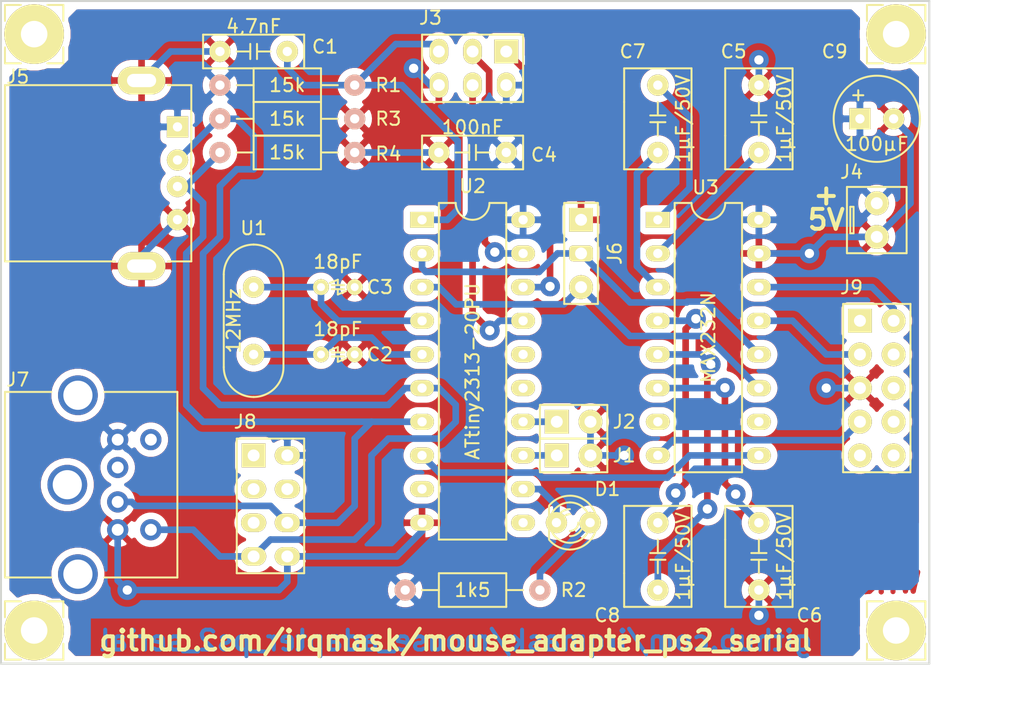
<source format=kicad_pcb>
(kicad_pcb (version 20171130) (host pcbnew 5.1.12-84ad8e8a86~92~ubuntu20.04.1)
  (title_block (title "mouse adapter ps2 serial") (date 2021-10-19) (rev 1) (company irqmask))
  (layers (0 F.Cu signal) (31 B.Cu signal) (34 B.Paste user) (35 F.Paste user) (36 B.SilkS user) (37 F.SilkS user) (38 B.Mask user) (39 F.Mask user) (44 Edge.Cuts user))
  (net 0 "")
  (net 1 GND)
  (net 2 /RESET)
  (net 3 "Net-(C2-Pad2)")
  (net 4 "Net-(C3-Pad2)")
  (net 5 +5V)
  (net 6 "Net-(C5-Pad2)")
  (net 7 "Net-(C6-Pad2)")
  (net 8 "Net-(C7-Pad2)")
  (net 9 "Net-(C7-Pad1)")
  (net 10 "Net-(C8-Pad1)")
  (net 11 "Net-(C8-Pad2)")
  (net 12 "Net-(D1-Pad1)")
  (net 13 "Net-(D1-Pad2)")
  (net 14 "Net-(J1-Pad1)")
  (net 15 "Net-(J2-Pad1)")
  (net 16 /MISO)
  (net 17 /SCL)
  (net 18 /MOSI)
  (net 19 /MCLK)
  (net 20 /MDTA)
  (net 21 /RXD)
  (net 22 /TXD)
  (net 23 "Net-(J8-Pad1)")
  (net 24 "Net-(J8-Pad3)")
  (net 25 "Net-(J8-Pad4)")
  (net 26 "Net-(J8-Pad5)")
  (net 27 "Net-(J9-Pad1)")
  (net 28 "Net-(J9-Pad2)")
  (net 29 "Net-(J9-Pad3)")
  (net 30 "Net-(J9-Pad4)")
  (net 31 "Net-(J9-Pad6)")
  (net 32 "Net-(J9-Pad7)")
  (net 33 "Net-(J9-Pad8)")
  (net 34 "Net-(J9-Pad9)")
  (net 35 "Net-(J9-Pad10)")
  (net 36 "Net-(U3-Pad7)")
  (net 37 "Net-(U3-Pad10)")
  (net 38 /RTS)
  (net 39 "Net-(U2-Pad16)")
  (net 40 "Net-(U2-Pad15)")
  (net 41 "Net-(U2-Pad9)")
  (net 42 "Net-(U2-Pad11)")
  (net 43 "Net-(J7-Pad2)")
  (net 44 "Net-(J7-Pad6)")
  (module Mechanical:HOLE_2mm (layer F.Cu) (at 101 115.5)
    (fp_text reference HOLE_2.5mm hide)
    (fp_text value VAL** hide)
    (pad 2 thru_hole circle (at 0 0) (size 4.5 4.5) (drill 2) (layers *.Cu *.Mask F.SilkS))
  )
  (module Mechanical:HOLE_2mm (layer F.Cu) (at 166 115.5)
    (fp_text reference HOLE_2.5mm hide)
    (fp_text value VAL** hide)
    (pad 2 thru_hole circle (at 0 0) (size 4.5 4.5) (drill 2) (layers *.Cu *.Mask F.SilkS))
  )
  (module Mechanical:HOLE_2mm (layer F.Cu) (at 166 70.5)
    (fp_text reference HOLE_2.5mm hide)
    (fp_text value VAL** hide)
    (pad 2 thru_hole circle (at 0 0) (size 4.5 4.5) (drill 2) (layers *.Cu *.Mask F.SilkS))
  )
  (module Mechanical:HOLE_2mm (layer F.Cu) (at 101 70.5)
    (fp_text reference HOLE_2.5mm hide)
    (fp_text value VAL** hide)
    (pad 2 thru_hole circle (at 0 0) (size 4.5 4.5) (drill 2) (layers *.Cu *.Mask F.SilkS))
  )
  (module Connector_Miscelleaneus:MiniDIN_6pole (layer F.Cu) (at 98.8 104.5 270)
    (fp_text reference J7 (at -7.925 -0.97 180) (layer F.SilkS))
    (fp_text value Mini-DIN-6)
    (pad 7 thru_hole circle (at -6.75 -5.5 270) (size 3 3) (drill 2.2) (layers *.Cu *.Mask))
    (pad 7 thru_hole circle (at 6.75 -5.5 270) (size 3 3) (drill 2.2) (layers *.Cu *.Mask))
    (pad 7 thru_hole circle (at 0 -4.7 270) (size 3 3) (drill 2.2) (layers *.Cu *.Mask))
    (pad 6 thru_hole circle (at -3.4 -11 270) (size 1.6 1.6) (drill 0.9) (layers *.Cu *.Mask) (net 44 "Net-(J7-Pad6)"))
    (pad 5 thru_hole circle (at 3.4 -11 270) (size 1.6 1.6) (drill 0.9) (layers *.Cu *.Mask) (net 19 /MCLK))
    (pad 4 thru_hole circle (at -3.4 -8.5 270) (size 1.6 1.6) (drill 0.9) (layers *.Cu *.Mask) (net 5 +5V))
    (pad 3 thru_hole circle (at 3.4 -8.5 270) (size 1.6 1.6) (drill 0.9) (layers *.Cu *.Mask) (net 1 GND))
    (pad 2 thru_hole circle (at -1.3 -8.5 270) (size 1.6 1.6) (drill 0.9) (layers *.Cu *.Mask) (net 43 "Net-(J7-Pad2)"))
    (pad 1 thru_hole circle (at 1.3 -8.5 270) (size 1.6 1.6) (drill 0.9) (layers *.Cu *.Mask) (net 20 /MDTA))
  )
  (module Capacitors_THT:C_CER_2.54mm (layer F.Cu) (at 125.17 94.67 180)
    (fp_text reference C2 (at -1.905 0 180) (layer F.SilkS))
    (fp_text value 18pF (at 1.27 1.905) (layer F.SilkS))
    (pad 1 thru_hole circle (at 0 0 180) (size 1.2 1.2) (drill 0.6) (layers *.Cu *.Mask F.SilkS) (net 1 GND))
    (pad 2 thru_hole circle (at 2.54 0 180) (size 1.2 1.2) (drill 0.6) (layers *.Cu *.Mask F.SilkS) (net 3 "Net-(C2-Pad2)"))
  )
  (module Capacitors_THT:C_CER_2.54mm (layer F.Cu) (at 125.17 89.59 180)
    (fp_text reference C3 (at -1.905 0 180) (layer F.SilkS))
    (fp_text value 18pF (at 1.27 1.905 180) (layer F.SilkS))
    (pad 2 thru_hole circle (at 2.54 0 180) (size 1.2 1.2) (drill 0.6) (layers *.Cu *.Mask F.SilkS) (net 4 "Net-(C3-Pad2)"))
    (pad 1 thru_hole circle (at 0 0 180) (size 1.2 1.2) (drill 0.6) (layers *.Cu *.Mask F.SilkS) (net 1 GND))
  )
  (module Capacitors_THT:C_RM5.08mm_5x2.5mm (layer F.Cu) (at 134.06 79.43 180)
    (fp_text reference C4 (at -5.38 -0.18 180) (layer F.SilkS))
    (fp_text value 100nF (at 0 1.905 180) (layer F.SilkS))
    (pad 1 thru_hole circle (at -2.54 0 180) (size 1.6 1.6) (drill 0.7) (layers *.Cu *.Mask F.SilkS) (net 5 +5V))
    (pad 2 thru_hole circle (at 2.54 0 180) (size 1.6 1.6) (drill 0.7) (layers *.Cu *.Mask F.SilkS) (net 1 GND))
  )
  (module Capacitors_THT:C_RM5.08mm_5x5mm (layer F.Cu) (at 155.65 76.89 270)
    (fp_text reference C5 (at -5.08 1.905 180) (layer F.SilkS))
    (fp_text value 1µF/50V (at 0 -1.905 90) (layer F.SilkS))
    (pad 1 thru_hole circle (at -2.54 0 270) (size 1.6 1.6) (drill 0.7) (layers *.Cu *.Mask F.SilkS) (net 1 GND))
    (pad 2 thru_hole circle (at 2.54 0 270) (size 1.6 1.6) (drill 0.7) (layers *.Cu *.Mask F.SilkS) (net 6 "Net-(C5-Pad2)"))
  )
  (module Capacitors_THT:C_RM5.08mm_5x5mm (layer F.Cu) (at 155.65 109.91 90)
    (fp_text reference C6 (at -4.445 3.81 180) (layer F.SilkS))
    (fp_text value 1µF/50V (at 0 1.905 270) (layer F.SilkS))
    (pad 2 thru_hole circle (at 2.54 0 90) (size 1.6 1.6) (drill 0.7) (layers *.Cu *.Mask F.SilkS) (net 7 "Net-(C6-Pad2)"))
    (pad 1 thru_hole circle (at -2.54 0 90) (size 1.6 1.6) (drill 0.7) (layers *.Cu *.Mask F.SilkS) (net 1 GND))
  )
  (module Capacitors_THT:C_RM5.08mm_5x5mm (layer F.Cu) (at 148.03 76.89 90)
    (fp_text reference C7 (at 5.08 -1.905 180) (layer F.SilkS))
    (fp_text value 1µF/50V (at 0 1.905 90) (layer F.SilkS))
    (pad 2 thru_hole circle (at 2.54 0 90) (size 1.6 1.6) (drill 0.7) (layers *.Cu *.Mask F.SilkS) (net 8 "Net-(C7-Pad2)"))
    (pad 1 thru_hole circle (at -2.54 0 90) (size 1.6 1.6) (drill 0.7) (layers *.Cu *.Mask F.SilkS) (net 9 "Net-(C7-Pad1)"))
  )
  (module Capacitors_THT:C_RM5.08mm_5x5mm (layer F.Cu) (at 148.03 109.91 270)
    (fp_text reference C8 (at 4.445 3.81) (layer F.SilkS))
    (fp_text value 1µF/50V (at 0 -1.905 270) (layer F.SilkS))
    (pad 1 thru_hole circle (at -2.54 0 270) (size 1.6 1.6) (drill 0.7) (layers *.Cu *.Mask F.SilkS) (net 10 "Net-(C8-Pad1)"))
    (pad 2 thru_hole circle (at 2.54 0 270) (size 1.6 1.6) (drill 0.7) (layers *.Cu *.Mask F.SilkS) (net 11 "Net-(C8-Pad2)"))
  )
  (module Capacitors_THT:CP_RM2.54mm_D6.5mm (layer F.Cu) (at 164.54 76.89)
    (fp_text reference C9 (at -3.175 -5.08) (layer F.SilkS))
    (fp_text value 100µF (at 0 1.905) (layer F.SilkS))
    (pad 1 thru_hole rect (at -1.27 0) (size 1.6 1.6) (drill 0.7) (layers *.Cu *.Mask F.SilkS) (net 5 +5V))
    (pad 2 thru_hole circle (at 1.27 0) (size 1.6 1.6) (drill 0.7) (layers *.Cu *.Mask F.SilkS) (net 1 GND))
  )
  (module LED:LED_RM2.54mm_D3mm (layer F.Cu) (at 141.654366 107.360989 180)
    (fp_text reference D1 (at -2.565634 2.530989 180) (layer F.SilkS))
    (fp_text value "LED gr 2mA, 1,9V")
    (pad 1 thru_hole circle (at -1.27 0 180) (size 1.6 1.6) (drill 0.7) (layers *.Cu *.Mask F.SilkS) (net 12 "Net-(D1-Pad1)"))
    (pad 2 thru_hole circle (at 1.27 0 180) (size 1.6 1.6) (drill 0.7) (layers *.Cu *.Mask F.SilkS) (net 13 "Net-(D1-Pad2)"))
  )
  (module Connector_Header:HEADER_2x1 (layer F.Cu) (at 140.41 102.29)
    (fp_text reference J1 (at 5.08 0) (layer F.SilkS))
    (fp_text value J1)
    (pad 1 thru_hole rect (at 0 0) (size 1.8 1.8) (drill 0.9) (layers *.Cu *.Mask F.SilkS) (net 14 "Net-(J1-Pad1)"))
    (pad 2 thru_hole circle (at 2.54 0) (size 1.8 1.8) (drill 0.9) (layers *.Cu *.Mask F.SilkS) (net 1 GND))
  )
  (module Connector_Header:HEADER_2x1 (layer F.Cu) (at 140.41 99.75)
    (fp_text reference J2 (at 5.08 0) (layer F.SilkS))
    (fp_text value J2)
    (pad 2 thru_hole circle (at 2.54 0) (size 1.8 1.8) (drill 0.9) (layers *.Cu *.Mask F.SilkS) (net 1 GND))
    (pad 1 thru_hole rect (at 0 0) (size 1.8 1.8) (drill 0.9) (layers *.Cu *.Mask F.SilkS) (net 15 "Net-(J2-Pad1)"))
  )
  (module Connector_Header:HEADER_3x2 (layer F.Cu) (at 136.6 71.81 180)
    (fp_text reference J3 (at 5.715 2.54 180) (layer F.SilkS))
    (fp_text value CONN-ISP-6)
    (pad 1 thru_hole rect (at 0 0 180) (size 1.8 1.8) (drill 0.9) (layers *.Cu *.Mask F.SilkS) (net 16 /MISO))
    (pad 2 thru_hole oval (at 0 -2.54 180) (size 1.4 1.9) (drill 0.9) (layers *.Cu *.Mask F.SilkS) (net 5 +5V))
    (pad 3 thru_hole oval (at 2.54 0 180) (size 1.4 1.9) (drill 0.9) (layers *.Cu *.Mask F.SilkS) (net 17 /SCL))
    (pad 4 thru_hole oval (at 2.54 -2.54 180) (size 1.4 1.9) (drill 0.9) (layers *.Cu *.Mask F.SilkS) (net 18 /MOSI))
    (pad 5 thru_hole oval (at 5.08 0 180) (size 1.4 1.9) (drill 0.9) (layers *.Cu *.Mask F.SilkS) (net 2 /RESET))
    (pad 6 thru_hole oval (at 5.08 -2.54 180) (size 1.4 1.9) (drill 0.9) (layers *.Cu *.Mask F.SilkS) (net 1 GND))
  )
  (module Connector_Header:PCB_CON2 (layer F.Cu) (at 164.54 85.78 90)
    (fp_text reference J4 (at 4.87968 -1.905 180) (layer F.SilkS))
    (fp_text value CONN_2X1)
    (pad 1 thru_hole circle (at -0.02032 0 90) (size 1.8 1.8) (drill 0.9) (layers *.Cu *.Mask F.SilkS) (net 1 GND))
    (pad 2 thru_hole circle (at 2.51968 0 90) (size 1.8 1.8) (drill 0.9) (layers *.Cu *.Mask F.SilkS) (net 5 +5V))
  )
  (module Connector_Miscelleaneus:USB_A (layer F.Cu) (at 109.1 81 270)
    (fp_text reference J5 (at -7.285 9.33) (layer F.SilkS))
    (fp_text value CONN_5X1)
    (pad 5 thru_hole oval (at 7 0 270) (size 2.1 3.6) (drill oval 1 2.2) (layers *.Cu *.Mask F.SilkS) (net 1 GND))
    (pad 5 thru_hole oval (at -7 0 270) (size 2.1 3.6) (drill oval 1 2.2) (layers *.Cu *.Mask F.SilkS) (net 1 GND))
    (pad 2 thru_hole circle (at -1 -2.71 270) (size 1.6 1.6) (drill 0.7) (layers *.Cu *.Mask F.SilkS) (net 19 /MCLK))
    (pad 3 thru_hole circle (at 1 -2.71 270) (size 1.6 1.6) (drill 0.7) (layers *.Cu *.Mask F.SilkS) (net 20 /MDTA))
    (pad 4 thru_hole circle (at 3.5 -2.71 270) (size 1.6 1.6) (drill 0.7) (layers *.Cu *.Mask F.SilkS) (net 1 GND))
    (pad 1 thru_hole rect (at -3.5 -2.71 270) (size 1.6 1.6) (drill 0.7) (layers *.Cu *.Mask F.SilkS) (net 5 +5V))
  )
  (module Connector_Header:HEADER_3x1 (layer F.Cu) (at 142.24 84.51 270)
    (fp_text reference J6 (at 2.54 -2.54 270) (layer F.SilkS))
    (fp_text value CONN_3X1)
    (pad 1 thru_hole rect (at 0 0 270) (size 1.8 1.8) (drill 0.9) (layers *.Cu *.Mask F.SilkS) (net 1 GND))
    (pad 2 thru_hole roundrect (at 2.54 0 270) (size 1.2 1.8) (drill 0.9) (layers *.Cu *.Mask F.SilkS) (net 21 /RXD))
    (pad 3 thru_hole circle (at 5.08 0 270) (size 1.8 1.8) (drill 0.9) (layers *.Cu *.Mask F.SilkS) (net 22 /TXD))
  )
  (module Connector_Header:HEADER_4x2 (layer F.Cu) (at 117.55 102.29 270)
    (fp_text reference J8 (at -2.54 0.635) (layer F.SilkS))
    (fp_text value CONN_4X2)
    (pad 1 thru_hole rect (at 0 0 270) (size 1.8 1.8) (drill 0.9) (layers *.Cu *.Mask F.SilkS) (net 23 "Net-(J8-Pad1)"))
    (pad 2 thru_hole oval (at 0 -2.54 270) (size 1.4 1.9) (drill 0.9) (layers *.Cu *.Mask F.SilkS) (net 5 +5V))
    (pad 3 thru_hole oval (at 2.54 0 270) (size 1.4 1.9) (drill 0.9) (layers *.Cu *.Mask F.SilkS) (net 24 "Net-(J8-Pad3)"))
    (pad 4 thru_hole oval (at 2.54 -2.54 270) (size 1.4 1.9) (drill 0.9) (layers *.Cu *.Mask F.SilkS) (net 25 "Net-(J8-Pad4)"))
    (pad 5 thru_hole oval (at 5.08 0 270) (size 1.4 1.9) (drill 0.9) (layers *.Cu *.Mask F.SilkS) (net 26 "Net-(J8-Pad5)"))
    (pad 6 thru_hole oval (at 5.08 -2.54 270) (size 1.4 1.9) (drill 0.9) (layers *.Cu *.Mask F.SilkS) (net 20 /MDTA))
    (pad 7 thru_hole oval (at 7.62 0 270) (size 1.4 1.9) (drill 0.9) (layers *.Cu *.Mask F.SilkS) (net 19 /MCLK))
    (pad 8 thru_hole oval (at 7.62 -2.54 270) (size 1.4 1.9) (drill 0.9) (layers *.Cu *.Mask F.SilkS) (net 1 GND))
  )
  (module Connector_Header:HEADER_5x2 (layer F.Cu) (at 163.27 92.13 270)
    (fp_text reference J9 (at -2.52 0.635) (layer F.SilkS))
    (fp_text value CONN_5X2)
    (pad 1 thru_hole rect (at 0 0 270) (size 1.8 1.8) (drill 0.9) (layers *.Cu *.Mask F.SilkS) (net 27 "Net-(J9-Pad1)"))
    (pad 2 thru_hole circle (at 0 -2.54 270) (size 1.8 1.8) (drill 0.9) (layers *.Cu *.Mask F.SilkS) (net 28 "Net-(J9-Pad2)"))
    (pad 3 thru_hole circle (at 2.54 0 270) (size 1.8 1.8) (drill 0.9) (layers *.Cu *.Mask F.SilkS) (net 29 "Net-(J9-Pad3)"))
    (pad 4 thru_hole circle (at 2.54 -2.54 270) (size 1.8 1.8) (drill 0.9) (layers *.Cu *.Mask F.SilkS) (net 30 "Net-(J9-Pad4)"))
    (pad 5 thru_hole circle (at 5.08 0 270) (size 1.8 1.8) (drill 0.9) (layers *.Cu *.Mask F.SilkS) (net 1 GND))
    (pad 6 thru_hole circle (at 5.08 -2.54 270) (size 1.8 1.8) (drill 0.9) (layers *.Cu *.Mask F.SilkS) (net 31 "Net-(J9-Pad6)"))
    (pad 7 thru_hole circle (at 7.62 0 270) (size 1.8 1.8) (drill 0.9) (layers *.Cu *.Mask F.SilkS) (net 32 "Net-(J9-Pad7)"))
    (pad 8 thru_hole circle (at 7.62 -2.54 270) (size 1.8 1.8) (drill 0.9) (layers *.Cu *.Mask F.SilkS) (net 33 "Net-(J9-Pad8)"))
    (pad 9 thru_hole circle (at 10.16 0 270) (size 1.8 1.8) (drill 0.9) (layers *.Cu *.Mask F.SilkS) (net 34 "Net-(J9-Pad9)"))
    (pad 10 thru_hole circle (at 10.16 -2.54 270) (size 1.8 1.8) (drill 0.9) (layers *.Cu *.Mask F.SilkS) (net 35 "Net-(J9-Pad10)"))
  )
  (module Symbol:Symbol_OSHW-Logo_Copper (layer F.Cu) (at 164.67208 108.36822)
    (fp_text reference LOGO1 hide)
    (fp_text value OPEN_HARDWARE_1 hide)
    (fp_line (start 0.35052 0.89916) (end 0.7493 1.89992) (layer F.Cu) (width 0.381))
    (fp_line (start -0.35052 0.89916) (end -0.70104 1.89992) (layer F.Cu) (width 0.381))
    (fp_line (start -0.70104 0.70104) (end -0.35052 0.89916) (layer F.Cu) (width 0.381))
    (fp_line (start -0.94996 0.39878) (end -0.70104 0.70104) (layer F.Cu) (width 0.381))
    (fp_line (start -1.00076 -0.09906) (end -0.94996 0.39878) (layer F.Cu) (width 0.381))
    (fp_line (start -0.8509 -0.55118) (end -1.00076 -0.09906) (layer F.Cu) (width 0.381))
    (fp_line (start -0.44958 -0.89916) (end -0.8509 -0.55118) (layer F.Cu) (width 0.381))
    (fp_line (start -0.0508 -1.00076) (end -0.44958 -0.89916) (layer F.Cu) (width 0.381))
    (fp_line (start 0.39878 -0.94996) (end -0.0508 -1.00076) (layer F.Cu) (width 0.381))
    (fp_line (start 0.8509 -0.59944) (end 0.39878 -0.94996) (layer F.Cu) (width 0.381))
    (fp_line (start 1.00076 -0.24892) (end 0.8509 -0.59944) (layer F.Cu) (width 0.381))
    (fp_line (start 1.00076 0.14986) (end 1.00076 -0.24892) (layer F.Cu) (width 0.381))
    (fp_line (start 0.8509 0.55118) (end 1.00076 0.14986) (layer F.Cu) (width 0.381))
    (fp_line (start 0.65024 0.7493) (end 0.8509 0.55118) (layer F.Cu) (width 0.381))
    (fp_line (start 0.35052 0.89916) (end 0.65024 0.7493) (layer F.Cu) (width 0.381))
    (fp_line (start -1.9304 0.5207) (end -1.7907 0.91948) (layer F.Cu) (width 0.381))
    (fp_line (start -2.4892 0.32004) (end -1.9304 0.5207) (layer F.Cu) (width 0.381))
    (fp_line (start -2.47904 -0.381) (end -2.4892 0.32004) (layer F.Cu) (width 0.381))
    (fp_line (start -1.9304 -0.48006) (end -2.47904 -0.381) (layer F.Cu) (width 0.381))
    (fp_line (start -1.76022 -0.96012) (end -1.9304 -0.48006) (layer F.Cu) (width 0.381))
    (fp_line (start -2.00914 -1.50114) (end -1.76022 -0.96012) (layer F.Cu) (width 0.381))
    (fp_line (start -1.49098 -2.02946) (end -2.00914 -1.50114) (layer F.Cu) (width 0.381))
    (fp_line (start -0.9398 -1.76022) (end -1.49098 -2.02946) (layer F.Cu) (width 0.381))
    (fp_line (start -0.5207 -1.9304) (end -0.9398 -1.76022) (layer F.Cu) (width 0.381))
    (fp_line (start -0.30988 -2.47904) (end -0.5207 -1.9304) (layer F.Cu) (width 0.381))
    (fp_line (start 0.381 -2.46126) (end -0.30988 -2.47904) (layer F.Cu) (width 0.381))
    (fp_line (start 0.55118 -1.92024) (end 0.381 -2.46126) (layer F.Cu) (width 0.381))
    (fp_line (start 1.02108 -1.71958) (end 0.55118 -1.92024) (layer F.Cu) (width 0.381))
    (fp_line (start 1.53924 -1.9812) (end 1.02108 -1.71958) (layer F.Cu) (width 0.381))
    (fp_line (start 2.00914 -1.47066) (end 1.53924 -1.9812) (layer F.Cu) (width 0.381))
    (fp_line (start 1.7399 -1.00076) (end 2.00914 -1.47066) (layer F.Cu) (width 0.381))
    (fp_line (start 1.94056 -0.42926) (end 1.7399 -1.00076) (layer F.Cu) (width 0.381))
    (fp_line (start 2.49936 -0.28956) (end 1.94056 -0.42926) (layer F.Cu) (width 0.381))
    (fp_line (start 2.49936 0.39116) (end 2.49936 -0.28956) (layer F.Cu) (width 0.381))
    (fp_line (start 1.88976 0.57912) (end 2.49936 0.39116) (layer F.Cu) (width 0.381))
    (fp_line (start 1.69926 1.04902) (end 1.88976 0.57912) (layer F.Cu) (width 0.381))
    (fp_line (start 1.9812 1.52908) (end 1.69926 1.04902) (layer F.Cu) (width 0.381))
    (fp_line (start 1.50876 2.0193) (end 1.9812 1.52908) (layer F.Cu) (width 0.381))
    (fp_line (start 1.06934 1.6891) (end 1.50876 2.0193) (layer F.Cu) (width 0.381))
    (fp_line (start 0.73914 1.8796) (end 1.06934 1.6891) (layer F.Cu) (width 0.381))
    (fp_line (start -0.98044 1.7399) (end -0.70104 1.89992) (layer F.Cu) (width 0.381))
    (fp_line (start -1.50114 2.00914) (end -0.98044 1.7399) (layer F.Cu) (width 0.381))
    (fp_line (start -2.03962 1.49098) (end -1.50114 2.00914) (layer F.Cu) (width 0.381))
    (fp_line (start -1.78054 0.92964) (end -2.03962 1.49098) (layer F.Cu) (width 0.381))
    (fp_line (start -2.03962 2.78892) (end -2.4003 2.65938) (layer F.Cu) (width 0.381))
    (fp_line (start -1.9304 3.07086) (end -2.03962 2.78892) (layer F.Cu) (width 0.381))
    (fp_line (start -1.8796 3.4798) (end -1.9304 3.07086) (layer F.Cu) (width 0.381))
    (fp_line (start -1.95072 3.93954) (end -1.8796 3.4798) (layer F.Cu) (width 0.381))
    (fp_line (start -2.16916 4.11988) (end -1.95072 3.93954) (layer F.Cu) (width 0.381))
    (fp_line (start -2.47904 4.191) (end -2.16916 4.11988) (layer F.Cu) (width 0.381))
    (fp_line (start -2.7305 4.06908) (end -2.47904 4.191) (layer F.Cu) (width 0.381))
    (fp_line (start -2.93116 3.74904) (end -2.7305 4.06908) (layer F.Cu) (width 0.381))
    (fp_line (start -2.9591 3.40106) (end -2.93116 3.74904) (layer F.Cu) (width 0.381))
    (fp_line (start -2.8702 2.91084) (end -2.9591 3.40106) (layer F.Cu) (width 0.381))
    (fp_line (start -2.6289 2.66954) (end -2.8702 2.91084) (layer F.Cu) (width 0.381))
    (fp_line (start -2.37998 2.64922) (end -2.6289 2.66954) (layer F.Cu) (width 0.381))
    (fp_line (start -0.9906 4.20878) (end -1.34112 4.09956) (layer F.Cu) (width 0.381))
    (fp_line (start -0.67056 4.18084) (end -0.9906 4.20878) (layer F.Cu) (width 0.381))
    (fp_line (start -0.43942 3.95986) (end -0.67056 4.18084) (layer F.Cu) (width 0.381))
    (fp_line (start -0.48006 3.66014) (end -0.43942 3.95986) (layer F.Cu) (width 0.381))
    (fp_line (start -0.6604 3.50012) (end -0.48006 3.66014) (layer F.Cu) (width 0.381))
    (fp_line (start -1.04902 3.37058) (end -0.6604 3.50012) (layer F.Cu) (width 0.381))
    (fp_line (start -1.29032 3.12928) (end -1.04902 3.37058) (layer F.Cu) (width 0.381))
    (fp_line (start -1.25984 2.86004) (end -1.29032 3.12928) (layer F.Cu) (width 0.381))
    (fp_line (start -1.02108 2.65938) (end -1.25984 2.86004) (layer F.Cu) (width 0.381))
    (fp_line (start -0.70104 2.66954) (end -1.02108 2.65938) (layer F.Cu) (width 0.381))
    (fp_line (start -0.35052 2.75082) (end -0.70104 2.66954) (layer F.Cu) (width 0.381))
    (fp_line (start 0.20066 4.21894) (end 0.21082 4.20878) (layer F.Cu) (width 0.381))
    (fp_line (start 0.20066 2.64922) (end 0.20066 4.21894) (layer F.Cu) (width 0.381))
    (fp_line (start 1.08966 2.65938) (end 1.08966 4.20116) (layer F.Cu) (width 0.381))
    (fp_line (start 1.04902 3.38074) (end 1.04902 3.37058) (layer F.Cu) (width 0.381))
    (fp_line (start 1.03886 3.37058) (end 1.04902 3.38074) (layer F.Cu) (width 0.381))
    (fp_line (start 0.24892 3.38074) (end 1.03886 3.37058) (layer F.Cu) (width 0.381))
    (fp_line (start 2.61874 4.17068) (end 2.9591 2.72034) (layer F.Cu) (width 0.381))
    (fp_line (start 2.30886 3.0988) (end 2.61874 4.17068) (layer F.Cu) (width 0.381))
    (fp_line (start 2.02946 4.16052) (end 2.30886 3.0988) (layer F.Cu) (width 0.381))
    (fp_line (start 1.66878 2.68986) (end 2.02946 4.16052) (layer F.Cu) (width 0.381))
  )
  (module Resistor:R_RM10.16mm (layer F.Cu) (at 115.01 74.35)
    (fp_text reference R1 (at 12.7 0) (layer F.SilkS))
    (fp_text value 15k (at 5.08 0) (layer F.SilkS))
    (pad 2 thru_hole circle (at 10.16 0) (size 1.6 1.6) (drill 0.7) (layers *.Cu *.SilkS *.Mask) (net 2 /RESET))
    (pad 1 thru_hole circle (at 0 0) (size 1.6 1.6) (drill 0.7) (layers *.Cu *.SilkS *.Mask) (net 5 +5V))
  )
  (module Resistor:R_RM10.16mm (layer F.Cu) (at 128.98 112.45)
    (fp_text reference R2 (at 12.7 0) (layer F.SilkS))
    (fp_text value 1k5 (at 5.08 0) (layer F.SilkS))
    (pad 1 thru_hole circle (at 0 0) (size 1.6 1.6) (drill 0.7) (layers *.Cu *.SilkS *.Mask) (net 5 +5V))
    (pad 2 thru_hole circle (at 10.16 0) (size 1.6 1.6) (drill 0.7) (layers *.Cu *.SilkS *.Mask) (net 12 "Net-(D1-Pad1)"))
  )
  (module Resistor:R_RM10.16mm (layer F.Cu) (at 115.01 76.89)
    (fp_text reference R3 (at 12.7 0) (layer F.SilkS))
    (fp_text value 15k (at 5.08 0) (layer F.SilkS))
    (pad 2 thru_hole circle (at 10.16 0) (size 1.6 1.6) (drill 0.7) (layers *.Cu *.SilkS *.Mask) (net 1 GND))
    (pad 1 thru_hole circle (at 0 0) (size 1.6 1.6) (drill 0.7) (layers *.Cu *.SilkS *.Mask) (net 19 /MCLK))
  )
  (module Resistor:R_RM10.16mm (layer F.Cu) (at 115.01 79.43)
    (fp_text reference R4 (at 12.7 0.1) (layer F.SilkS))
    (fp_text value 15k (at 5.08 0) (layer F.SilkS))
    (pad 1 thru_hole circle (at 0 0) (size 1.6 1.6) (drill 0.7) (layers *.Cu *.SilkS *.Mask) (net 20 /MDTA))
    (pad 2 thru_hole circle (at 10.16 0) (size 1.6 1.6) (drill 0.7) (layers *.Cu *.SilkS *.Mask) (net 1 GND))
  )
  (module Crystal:CRY_HC49 (layer F.Cu) (at 117.55 92.13 270)
    (fp_text reference U1 (at -6.985 0) (layer F.SilkS))
    (fp_text value 12MHz (at 0 1.50114 270) (layer F.SilkS))
    (pad 1 thru_hole circle (at -2.54 0 270) (size 1.6 1.6) (drill 0.7) (layers *.Cu *.Mask F.SilkS) (net 4 "Net-(C3-Pad2)"))
    (pad 2 thru_hole circle (at 2.54 0 270) (size 1.6 1.6) (drill 0.7) (layers *.Cu *.Mask F.SilkS) (net 3 "Net-(C2-Pad2)"))
  )
  (module Housings_DIP:DIP16 (layer F.Cu) (at 148.03 84.51 270)
    (fp_text reference U3 (at -2.44 -3.6) (layer F.SilkS))
    (fp_text value MAX232N (at 8.89 -3.81 270) (layer F.SilkS))
    (pad 1 thru_hole rect (at 0 0 270) (size 1.2 1.8) (drill 0.6858) (layers *.Cu *.Mask F.SilkS) (net 8 "Net-(C7-Pad2)"))
    (pad 2 thru_hole oval (at 2.54 0 270) (size 1.2 1.8) (drill 0.7) (layers *.Cu *.Mask F.SilkS) (net 6 "Net-(C5-Pad2)"))
    (pad 3 thru_hole oval (at 5.08 0 270) (size 1.2 1.8) (drill 0.7) (layers *.Cu *.Mask F.SilkS) (net 9 "Net-(C7-Pad1)"))
    (pad 14 thru_hole oval (at 5.08 -7.62 270) (size 1.2 1.8) (drill 0.7) (layers *.Cu *.Mask F.SilkS) (net 28 "Net-(J9-Pad2)"))
    (pad 15 thru_hole oval (at 2.54 -7.62 270) (size 1.2 1.8) (drill 0.7) (layers *.Cu *.Mask F.SilkS) (net 1 GND))
    (pad 16 thru_hole oval (at 0 -7.62 270) (size 1.2 1.8) (drill 0.7) (layers *.Cu *.Mask F.SilkS) (net 5 +5V))
    (pad 4 thru_hole oval (at 7.62 0 270) (size 1.2 1.8) (drill 0.7) (layers *.Cu *.Mask F.SilkS) (net 10 "Net-(C8-Pad1)"))
    (pad 13 thru_hole oval (at 7.62 -7.62 270) (size 1.2 1.8) (drill 0.7) (layers *.Cu *.Mask F.SilkS) (net 29 "Net-(J9-Pad3)"))
    (pad 5 thru_hole oval (at 10.16 0 270) (size 1.2 1.8) (drill 0.7) (layers *.Cu *.Mask F.SilkS) (net 11 "Net-(C8-Pad2)"))
    (pad 12 thru_hole oval (at 10.16 -7.62 270) (size 1.2 1.8) (drill 0.7) (layers *.Cu *.Mask F.SilkS) (net 21 /RXD))
    (pad 6 thru_hole oval (at 12.7 0 270) (size 1.2 1.8) (drill 0.7) (layers *.Cu *.Mask F.SilkS) (net 7 "Net-(C6-Pad2)"))
    (pad 11 thru_hole oval (at 12.7 -7.62 270) (size 1.2 1.8) (drill 0.7) (layers *.Cu *.Mask F.SilkS) (net 22 /TXD))
    (pad 7 thru_hole oval (at 15.24 0 270) (size 1.2 1.8) (drill 0.7) (layers *.Cu *.Mask F.SilkS) (net 36 "Net-(U3-Pad7)"))
    (pad 10 thru_hole oval (at 15.24 -7.62 270) (size 1.2 1.8) (drill 0.7) (layers *.Cu *.Mask F.SilkS) (net 37 "Net-(U3-Pad10)"))
    (pad 8 thru_hole oval (at 17.78 0 270) (size 1.2 1.8) (drill 0.7) (layers *.Cu *.Mask F.SilkS) (net 32 "Net-(J9-Pad7)"))
    (pad 9 thru_hole oval (at 17.78 -7.62 270) (size 1.2 1.8) (drill 0.7) (layers *.Cu *.Mask F.SilkS) (net 38 /RTS))
  )
  (module Housings_DIP:DIP20 (layer F.Cu) (at 130.25 84.51 270)
    (fp_text reference U2 (at -2.54 -3.81) (layer F.SilkS))
    (fp_text value ATtiny2313-20PU (at 11.43 -3.81 270) (layer F.SilkS))
    (pad 1 thru_hole rect (at 0 0 270) (size 1.2 1.8) (drill 0.7) (layers *.Cu *.Mask F.SilkS) (net 2 /RESET))
    (pad 2 thru_hole oval (at 2.54 0 270) (size 1.2 1.8) (drill 0.7) (layers *.Cu *.Mask F.SilkS) (net 21 /RXD))
    (pad 3 thru_hole oval (at 5.08 0 270) (size 1.2 1.8) (drill 0.7) (layers *.Cu *.Mask F.SilkS) (net 22 /TXD))
    (pad 18 thru_hole oval (at 5.08 -7.62 270) (size 1.2 1.8) (drill 0.7) (layers *.Cu *.Mask F.SilkS) (net 16 /MISO))
    (pad 19 thru_hole oval (at 2.54 -7.62 270) (size 1.2 1.8) (drill 0.7) (layers *.Cu *.Mask F.SilkS) (net 17 /SCL))
    (pad 20 thru_hole oval (at 0 -7.62 270) (size 1.2 1.8) (drill 0.7) (layers *.Cu *.Mask F.SilkS) (net 5 +5V))
    (pad 4 thru_hole oval (at 7.62 0 270) (size 1.2 1.8) (drill 0.7) (layers *.Cu *.Mask F.SilkS) (net 4 "Net-(C3-Pad2)"))
    (pad 17 thru_hole oval (at 7.62 -7.62 270) (size 1.2 1.8) (drill 0.7) (layers *.Cu *.Mask F.SilkS) (net 18 /MOSI))
    (pad 5 thru_hole oval (at 10.16 0 270) (size 1.2 1.8) (drill 0.7) (layers *.Cu *.Mask F.SilkS) (net 3 "Net-(C2-Pad2)"))
    (pad 16 thru_hole oval (at 10.16 -7.62 270) (size 1.2 1.8) (drill 0.7) (layers *.Cu *.Mask F.SilkS) (net 39 "Net-(U2-Pad16)"))
    (pad 6 thru_hole oval (at 12.7 0 270) (size 1.2 1.8) (drill 0.7) (layers *.Cu *.Mask F.SilkS) (net 19 /MCLK))
    (pad 15 thru_hole oval (at 12.7 -7.62 270) (size 1.2 1.8) (drill 0.7) (layers *.Cu *.Mask F.SilkS) (net 40 "Net-(U2-Pad15)"))
    (pad 7 thru_hole oval (at 15.24 0 270) (size 1.2 1.8) (drill 0.7) (layers *.Cu *.Mask F.SilkS) (net 20 /MDTA))
    (pad 14 thru_hole oval (at 15.24 -7.62 270) (size 1.2 1.8) (drill 0.7) (layers *.Cu *.Mask F.SilkS) (net 15 "Net-(J2-Pad1)"))
    (pad 8 thru_hole oval (at 17.78 0 270) (size 1.2 1.8) (drill 0.7) (layers *.Cu *.Mask F.SilkS) (net 38 /RTS))
    (pad 13 thru_hole oval (at 17.78 -7.62 270) (size 1.2 1.8) (drill 0.7) (layers *.Cu *.Mask F.SilkS) (net 14 "Net-(J1-Pad1)"))
    (pad 9 thru_hole oval (at 20.32 0 270) (size 1.2 1.8) (drill 0.7) (layers *.Cu *.Mask F.SilkS) (net 41 "Net-(U2-Pad9)"))
    (pad 12 thru_hole oval (at 20.32 -7.62 270) (size 1.2 1.8) (drill 0.7) (layers *.Cu *.Mask F.SilkS) (net 13 "Net-(D1-Pad2)"))
    (pad 10 thru_hole oval (at 22.86 0 270) (size 1.2 1.8) (drill 0.7) (layers *.Cu *.Mask F.SilkS) (net 1 GND))
    (pad 11 thru_hole oval (at 22.86 -7.62 270) (size 1.2 1.8) (drill 0.7) (layers *.Cu *.Mask F.SilkS) (net 42 "Net-(U2-Pad11)"))
  )
  (module Capacitors_THT:C_RM5.08mm_5x2.5mm (layer F.Cu) (at 117.55 71.81)
    (fp_text reference C1 (at 5.38 -0.36) (layer F.SilkS))
    (fp_text value 4,7nF (at 0 -1.905) (layer F.SilkS))
    (pad 1 thru_hole circle (at -2.54 0) (size 1.6 1.6) (drill 0.7) (layers *.Cu *.Mask F.SilkS) (net 1 GND))
    (pad 2 thru_hole circle (at 2.54 0) (size 1.6 1.6) (drill 0.7) (layers *.Cu *.Mask F.SilkS) (net 2 /RESET))
  )
  (gr_text github.com/irqmask/mouse_adapter_ps2_serial (at 132.79 116.26) (layer F.SilkS) (effects (font (size 1.5 1.5) (thickness 0.3))))
  (gr_text github.com/irqmask/mouse_adapter_ps2_serial (at 132.79 116.26) (layer B.Cu) (effects (font (size 1.5 1.5) (thickness 0.3)) (justify mirror)))
  (gr_text 5V (at 160.73 84.51) (layer F.SilkS) (effects (font (size 1.5 1.5) (thickness 0.3))))
  (gr_text + (at 160.73 82.605) (layer F.SilkS) (effects (font (size 1.5 1.5) (thickness 0.3))))
  (gr_line (start 168.5 68) (end 98.5 68) (layer Edge.Cuts) (width 0.15))
  (gr_line (start 168.5 118) (end 168.5 68) (layer Edge.Cuts) (width 0.15))
  (gr_line (start 98.5 118) (end 168.5 118) (layer Edge.Cuts) (width 0.15))
  (gr_line (start 98.5 68) (end 98.5 118) (layer Edge.Cuts) (width 0.15))
  (segment (start 107.3 107.9) (end 107.3 111.725) (width 0.5) (layer B.Cu) (net 1))
  (via (at 108.025 112.45) (size 1.5) (drill 0.7) (layers F.Cu B.Cu) (net 1))
  (segment (start 107.3 111.725) (end 108.025 112.45) (width 0.5) (layer B.Cu) (net 1))
  (segment (start 120.09 109.91) (end 120.09 111.815) (width 0.5) (layer B.Cu) (net 1))
  (segment (start 119.455 112.45) (end 108.025 112.45) (width 0.5) (layer B.Cu) (net 1))
  (segment (start 120.09 111.815) (end 119.455 112.45) (width 0.5) (layer B.Cu) (net 1))
  (segment (start 120.09 109.91) (end 128.345 109.91) (width 0.5) (layer B.Cu) (net 1))
  (segment (start 130.25 108.005) (end 130.25 107.37) (width 0.5) (layer B.Cu) (net 1))
  (segment (start 128.345 109.91) (end 130.25 108.005) (width 0.5) (layer B.Cu) (net 1))
  (via (at 159.46 87.05) (size 1.5) (drill 0.7) (layers F.Cu B.Cu) (net 1))
  (segment (start 155.65 87.05) (end 159.46 87.05) (width 0.5) (layer B.Cu) (net 1))
  (segment (start 160.70968 85.80032) (end 159.46 87.05) (width 0.5) (layer B.Cu) (net 1))
  (segment (start 164.54 85.80032) (end 160.70968 85.80032) (width 0.5) (layer B.Cu) (net 1))
  (via (at 160.73 97.21) (size 1.5) (drill 0.7) (layers F.Cu B.Cu) (net 1))
  (segment (start 163.27 97.21) (end 160.73 97.21) (width 0.5) (layer B.Cu) (net 1))
  (via (at 155.65 114.355) (size 1.5) (drill 0.7) (layers F.Cu B.Cu) (net 1))
  (segment (start 155.65 112.45) (end 155.65 114.355) (width 0.5) (layer B.Cu) (net 1))
  (via (at 145.49 102.29) (size 1.5) (drill 0.7) (layers F.Cu B.Cu) (net 1))
  (segment (start 142.95 102.29) (end 145.49 102.29) (width 0.5) (layer B.Cu) (net 1))
  (segment (start 142.95 99.75) (end 142.95 102.29) (width 0.5) (layer B.Cu) (net 1))
  (via (at 129.615 73.08) (size 1.5) (drill 0.7) (layers F.Cu B.Cu) (net 1))
  (segment (start 130.885 74.35) (end 129.615 73.08) (width 0.5) (layer B.Cu) (net 1))
  (segment (start 131.52 74.35) (end 130.885 74.35) (width 0.5) (layer B.Cu) (net 1))
  (segment (start 109.1 87.21) (end 109.1 88) (width 0.5) (layer B.Cu) (net 1))
  (segment (start 111.81 84.5) (end 109.1 87.21) (width 0.5) (layer B.Cu) (net 1))
  (segment (start 111.29 71.81) (end 109.1 74) (width 0.5) (layer B.Cu) (net 1))
  (segment (start 115.01 71.81) (end 111.29 71.81) (width 0.5) (layer B.Cu) (net 1))
  (segment (start 131.52 79.43) (end 125.17 79.43) (width 0.5) (layer B.Cu) (net 1))
  (via (at 155.65 72.445) (size 1.5) (drill 0.7) (layers F.Cu B.Cu) (net 1))
  (segment (start 155.65 74.35) (end 155.65 72.445) (width 0.5) (layer B.Cu) (net 1))
  (segment (start 164.54 85.80032) (end 167.08 83.26032) (width 0.5) (layer B.Cu) (net 1))
  (segment (start 167.08 78.16) (end 165.81 76.89) (width 0.5) (layer B.Cu) (net 1))
  (segment (start 167.08 83.26032) (end 167.08 78.16) (width 0.5) (layer B.Cu) (net 1))
  (segment (start 125.17 74.35) (end 128.2688 71.2512) (width 0.5) (layer B.Cu) (net 2))
  (segment (start 120.09 71.81) (end 120.09 73.08) (width 0.5) (layer B.Cu) (net 2))
  (segment (start 121.36 74.35) (end 125.17 74.35) (width 0.5) (layer B.Cu) (net 2))
  (segment (start 120.09 73.08) (end 121.36 74.35) (width 0.5) (layer B.Cu) (net 2))
  (segment (start 130.9612 71.2512) (end 131.52 71.81) (width 0.5) (layer B.Cu) (net 2))
  (segment (start 128.2688 71.2512) (end 130.9612 71.2512) (width 0.5) (layer B.Cu) (net 2))
  (segment (start 128.726 74.35) (end 125.17 74.35) (width 0.5) (layer B.Cu) (net 2))
  (segment (start 132.9424 78.5664) (end 128.726 74.35) (width 0.5) (layer B.Cu) (net 2))
  (segment (start 132.9424 83.7226) (end 132.9424 78.5664) (width 0.5) (layer B.Cu) (net 2))
  (segment (start 132.155 84.51) (end 132.9424 83.7226) (width 0.5) (layer B.Cu) (net 2))
  (segment (start 130.25 84.51) (end 132.155 84.51) (width 0.5) (layer B.Cu) (net 2))
  (segment (start 117.55 94.67) (end 122.63 94.67) (width 0.5) (layer B.Cu) (net 3))
  (segment (start 122.63 94.67) (end 123.9 93.4) (width 0.5) (layer B.Cu) (net 3))
  (segment (start 123.9 93.4) (end 126.44 93.4) (width 0.5) (layer B.Cu) (net 3))
  (segment (start 126.44 93.4) (end 127.71 94.67) (width 0.5) (layer B.Cu) (net 3))
  (segment (start 127.71 94.67) (end 130.25 94.67) (width 0.5) (layer B.Cu) (net 3))
  (segment (start 130.25 92.13) (end 123.9 92.13) (width 0.5) (layer B.Cu) (net 4))
  (segment (start 123.9 92.13) (end 122.63 90.86) (width 0.5) (layer B.Cu) (net 4))
  (segment (start 122.63 90.86) (end 122.63 89.59) (width 0.5) (layer B.Cu) (net 4))
  (segment (start 122.63 89.59) (end 117.55 89.59) (width 0.5) (layer B.Cu) (net 4))
  (segment (start 148.03 87.05) (end 155.65 79.43) (width 0.5) (layer B.Cu) (net 6))
  (via (at 153.897398 105.211) (size 1.5) (drill 0.7) (layers F.Cu B.Cu) (net 7))
  (segment (start 155.65 107.37) (end 153.897398 105.617398) (width 0.5) (layer B.Cu) (net 7))
  (segment (start 153.897398 105.617398) (end 153.897398 105.211) (width 0.5) (layer B.Cu) (net 7))
  (via (at 153.08921 97.1846) (size 1.5) (drill 0.7) (layers F.Cu B.Cu) (net 7))
  (segment (start 148.03 97.21) (end 153.06381 97.21) (width 0.5) (layer B.Cu) (net 7))
  (segment (start 153.897398 105.211) (end 153.08921 104.402812) (width 0.5) (layer F.Cu) (net 7))
  (segment (start 153.06381 97.21) (end 153.08921 97.1846) (width 0.5) (layer B.Cu) (net 7))
  (segment (start 153.08921 104.402812) (end 153.08921 97.1846) (width 0.5) (layer F.Cu) (net 7))
  (segment (start 148.03 84.51) (end 150.4176 82.1224) (width 0.5) (layer B.Cu) (net 8))
  (segment (start 150.4176 76.7376) (end 148.03 74.35) (width 0.5) (layer B.Cu) (net 8))
  (segment (start 150.4176 82.1224) (end 150.4176 76.7376) (width 0.5) (layer B.Cu) (net 8))
  (segment (start 146.4552 88.0152) (end 148.03 89.59) (width 0.5) (layer B.Cu) (net 9))
  (segment (start 148.03 79.43) (end 146.4552 81.0048) (width 0.5) (layer B.Cu) (net 9))
  (segment (start 146.4552 81.0048) (end 146.4552 88.0152) (width 0.5) (layer B.Cu) (net 9))
  (segment (start 148.03 107.37) (end 147.903 107.37) (width 0.5) (layer B.Cu) (net 10))
  (via (at 149.3762 105.1348) (size 1.5) (drill 0.7) (layers F.Cu B.Cu) (net 10))
  (segment (start 148.03 107.37) (end 149.3762 106.0238) (width 0.5) (layer B.Cu) (net 10))
  (segment (start 149.3762 106.0238) (end 149.3762 105.1348) (width 0.5) (layer B.Cu) (net 10))
  (segment (start 150.126199 92.749731) (end 150.89593 91.98) (width 0.5) (layer F.Cu) (net 10))
  (segment (start 150.126199 104.384801) (end 150.126199 92.749731) (width 0.5) (layer F.Cu) (net 10))
  (via (at 150.89593 91.98) (size 1.5) (drill 0.7) (layers F.Cu B.Cu) (net 10))
  (segment (start 148.03 92.13) (end 150.74593 92.13) (width 0.5) (layer B.Cu) (net 10))
  (segment (start 149.3762 105.1348) (end 150.126199 104.384801) (width 0.5) (layer F.Cu) (net 10))
  (segment (start 150.74593 92.13) (end 150.89593 91.98) (width 0.5) (layer B.Cu) (net 10))
  (via (at 151.7638 106.3286) (size 1.5) (drill 0.7) (layers F.Cu B.Cu) (net 11))
  (segment (start 148.03 112.45) (end 148.03 110.0624) (width 0.5) (layer B.Cu) (net 11))
  (segment (start 148.03 110.0624) (end 151.7638 106.3286) (width 0.5) (layer B.Cu) (net 11))
  (segment (start 148.03 94.67) (end 151.271507 94.67) (width 0.5) (layer B.Cu) (net 11))
  (segment (start 151.7638 106.3286) (end 151.7638 95.667299) (width 0.5) (layer F.Cu) (net 11))
  (segment (start 151.7638 95.667299) (end 152.016303 95.414796) (width 0.5) (layer F.Cu) (net 11))
  (via (at 152.016303 95.414796) (size 1.5) (drill 0.7) (layers F.Cu B.Cu) (net 11))
  (segment (start 151.271507 94.67) (end 152.016303 95.414796) (width 0.5) (layer B.Cu) (net 11))
  (segment (start 139.14 111.145355) (end 142.924366 107.360989) (width 0.5) (layer B.Cu) (net 12))
  (segment (start 139.14 112.45) (end 139.14 111.145355) (width 0.5) (layer B.Cu) (net 12))
  (segment (start 137.87 104.83) (end 139.14 104.83) (width 0.5) (layer B.Cu) (net 13))
  (segment (start 140.384366 106.074366) (end 140.384366 107.360989) (width 0.5) (layer B.Cu) (net 13))
  (segment (start 139.14 104.83) (end 140.384366 106.074366) (width 0.5) (layer B.Cu) (net 13))
  (segment (start 140.41 102.29) (end 137.87 102.29) (width 0.5) (layer B.Cu) (net 14))
  (segment (start 137.87 99.75) (end 140.41 99.75) (width 0.5) (layer B.Cu) (net 15))
  (via (at 139.902 89.5392) (size 1.5) (drill 0.7) (layers F.Cu B.Cu) (net 16))
  (segment (start 139.8512 89.59) (end 139.902 89.5392) (width 0.5) (layer B.Cu) (net 16))
  (segment (start 137.87 89.59) (end 139.8512 89.59) (width 0.5) (layer B.Cu) (net 16))
  (segment (start 139.902 75.112) (end 136.6 71.81) (width 0.5) (layer F.Cu) (net 16))
  (segment (start 139.902 89.5392) (end 139.902 75.112) (width 0.5) (layer F.Cu) (net 16))
  (segment (start 135.838 87.05) (end 135.7364 86.9484) (width 0.5) (layer B.Cu) (net 17))
  (via (at 135.7364 86.9484) (size 1.5) (drill 0.7) (layers F.Cu B.Cu) (net 17))
  (segment (start 137.87 87.05) (end 135.838 87.05) (width 0.5) (layer B.Cu) (net 17))
  (segment (start 134.06 72.06) (end 134.06 71.81) (width 0.5) (layer F.Cu) (net 17))
  (segment (start 135.31001 75.117771) (end 135.31001 73.310012) (width 0.5) (layer F.Cu) (net 17))
  (segment (start 134.986401 75.44138) (end 135.31001 75.117771) (width 0.5) (layer F.Cu) (net 17))
  (segment (start 135.31001 73.310012) (end 134.06 72.06) (width 0.5) (layer F.Cu) (net 17))
  (segment (start 134.986401 86.198401) (end 134.986401 75.44138) (width 0.5) (layer F.Cu) (net 17))
  (segment (start 135.7364 86.9484) (end 134.986401 86.198401) (width 0.5) (layer F.Cu) (net 17))
  (segment (start 136.092 92.13) (end 135.3554 92.8666) (width 0.5) (layer B.Cu) (net 18))
  (segment (start 137.87 92.13) (end 136.092 92.13) (width 0.5) (layer B.Cu) (net 18))
  (via (at 135.3554 92.8666) (size 1.5) (drill 0.7) (layers F.Cu B.Cu) (net 18))
  (segment (start 134.06 91.5712) (end 135.3554 92.8666) (width 0.5) (layer F.Cu) (net 18))
  (segment (start 134.06 74.35) (end 134.06 91.5712) (width 0.5) (layer F.Cu) (net 18))
  (segment (start 109.8 107.9) (end 113 107.9) (width 0.5) (layer B.Cu) (net 19))
  (segment (start 115.01 109.91) (end 117.55 109.91) (width 0.5) (layer B.Cu) (net 19))
  (segment (start 113 107.9) (end 115.01 109.91) (width 0.5) (layer B.Cu) (net 19))
  (segment (start 114.92 76.89) (end 115.01 76.89) (width 0.5) (layer B.Cu) (net 19))
  (segment (start 111.81 80) (end 114.92 76.89) (width 0.5) (layer B.Cu) (net 19))
  (segment (start 115.01 76.89) (end 116.28 76.89) (width 0.5) (layer B.Cu) (net 19))
  (segment (start 116.28 76.89) (end 117.55 78.16) (width 0.5) (layer B.Cu) (net 19))
  (segment (start 117.55 78.16) (end 117.55 80.7) (width 0.5) (layer B.Cu) (net 19))
  (segment (start 117.55 80.7) (end 116.28 80.7) (width 0.5) (layer B.Cu) (net 19))
  (segment (start 116.28 80.7) (end 115.01 81.97) (width 0.5) (layer B.Cu) (net 19))
  (segment (start 115.01 81.97) (end 115.01 85.78) (width 0.5) (layer B.Cu) (net 19))
  (segment (start 115.01 85.78) (end 113.74 87.05) (width 0.5) (layer B.Cu) (net 19))
  (segment (start 113.74 87.05) (end 113.74 97.21) (width 0.5) (layer B.Cu) (net 19))
  (segment (start 113.74 97.21) (end 115.01 98.48) (width 0.5) (layer B.Cu) (net 19))
  (segment (start 115.01 98.48) (end 127.71 98.48) (width 0.5) (layer B.Cu) (net 19))
  (segment (start 128.98 97.21) (end 130.25 97.21) (width 0.5) (layer B.Cu) (net 19))
  (segment (start 127.71 98.48) (end 128.98 97.21) (width 0.5) (layer B.Cu) (net 19))
  (segment (start 131.52 97.21) (end 130.25 97.21) (width 0.5) (layer B.Cu) (net 19))
  (segment (start 132.79 99.75) (end 132.79 98.48) (width 0.5) (layer B.Cu) (net 19))
  (segment (start 132.79 98.48) (end 131.52 97.21) (width 0.5) (layer B.Cu) (net 19))
  (segment (start 131.52 101.02) (end 132.79 99.75) (width 0.5) (layer B.Cu) (net 19))
  (segment (start 126.44 102.29) (end 127.71 101.02) (width 0.5) (layer B.Cu) (net 19))
  (segment (start 126.44 107.37) (end 126.44 102.29) (width 0.5) (layer B.Cu) (net 19))
  (segment (start 127.71 101.02) (end 131.52 101.02) (width 0.5) (layer B.Cu) (net 19))
  (segment (start 125.17 108.64) (end 126.44 107.37) (width 0.5) (layer B.Cu) (net 19))
  (segment (start 118.82 108.64) (end 125.17 108.64) (width 0.5) (layer B.Cu) (net 19))
  (segment (start 117.55 109.91) (end 118.82 108.64) (width 0.5) (layer B.Cu) (net 19))
  (segment (start 130.25 99.75) (end 126.44 99.75) (width 0.5) (layer B.Cu) (net 20))
  (segment (start 126.44 99.75) (end 125.17 101.02) (width 0.5) (layer B.Cu) (net 20))
  (segment (start 125.17 101.02) (end 125.17 106.1) (width 0.5) (layer B.Cu) (net 20))
  (segment (start 123.9 107.37) (end 120.09 107.37) (width 0.5) (layer B.Cu) (net 20))
  (segment (start 125.17 106.1) (end 123.9 107.37) (width 0.5) (layer B.Cu) (net 20))
  (segment (start 120.09 107.37) (end 118.82 106.1) (width 0.5) (layer B.Cu) (net 20))
  (segment (start 107.3 105.8) (end 108.36 105.8) (width 0.5) (layer B.Cu) (net 20))
  (segment (start 108.36 105.8) (end 108.66 106.1) (width 0.5) (layer B.Cu) (net 20))
  (segment (start 108.66 106.1) (end 118.82 106.1) (width 0.5) (layer B.Cu) (net 20))
  (segment (start 126.44 99.75) (end 113.74 99.75) (width 0.5) (layer B.Cu) (net 20))
  (segment (start 113.74 99.75) (end 112.47 98.48) (width 0.5) (layer B.Cu) (net 20))
  (segment (start 112.47 98.48) (end 112.47 87.05) (width 0.5) (layer B.Cu) (net 20))
  (segment (start 112.47 87.05) (end 113.74 85.78) (width 0.5) (layer B.Cu) (net 20))
  (segment (start 113.74 85.78) (end 113.74 83.24) (width 0.5) (layer B.Cu) (net 20))
  (segment (start 112.5 82) (end 111.81 82) (width 0.5) (layer B.Cu) (net 20))
  (segment (start 113.74 83.24) (end 112.5 82) (width 0.5) (layer B.Cu) (net 20))
  (segment (start 111.81 82) (end 112.44 82) (width 0.5) (layer B.Cu) (net 20))
  (segment (start 112.44 82) (end 115.01 79.43) (width 0.5) (layer B.Cu) (net 20))
  (segment (start 130.53999 88.43999) (end 139.077206 88.43999) (width 0.5) (layer B.Cu) (net 21))
  (segment (start 130.25 87.05) (end 130.25 88.15) (width 0.5) (layer B.Cu) (net 21))
  (segment (start 130.25 88.15) (end 130.53999 88.43999) (width 0.5) (layer B.Cu) (net 21))
  (segment (start 139.077206 88.43999) (end 140.467196 87.05) (width 0.5) (layer B.Cu) (net 21))
  (segment (start 140.467196 87.05) (end 142.24 87.05) (width 0.5) (layer B.Cu) (net 21))
  (segment (start 145.935837 90.745837) (end 150.206091 90.745837) (width 0.5) (layer B.Cu) (net 21))
  (segment (start 150.206091 90.745837) (end 150.271929 90.679999) (width 0.5) (layer B.Cu) (net 21))
  (segment (start 150.271929 90.679999) (end 151.659999 90.679999) (width 0.5) (layer B.Cu) (net 21))
  (segment (start 142.24 87.05) (end 145.935837 90.745837) (width 0.5) (layer B.Cu) (net 21))
  (segment (start 151.659999 90.679999) (end 155.65 94.67) (width 0.5) (layer B.Cu) (net 21))
  (segment (start 140.939198 90.890802) (end 142.24 89.59) (width 0.5) (layer B.Cu) (net 22))
  (segment (start 130.25 89.59) (end 131.52 89.59) (width 0.5) (layer B.Cu) (net 22))
  (segment (start 131.52 89.59) (end 132.820802 90.890802) (width 0.5) (layer B.Cu) (net 22))
  (segment (start 132.820802 90.890802) (end 140.939198 90.890802) (width 0.5) (layer B.Cu) (net 22))
  (segment (start 151.72001 93.28001) (end 155.65 97.21) (width 0.5) (layer B.Cu) (net 22))
  (segment (start 142.24 89.59) (end 145.93001 93.28001) (width 0.5) (layer B.Cu) (net 22))
  (segment (start 145.93001 93.28001) (end 151.72001 93.28001) (width 0.5) (layer B.Cu) (net 22))
  (segment (start 164.1844 89.59) (end 155.65 89.59) (width 0.5) (layer B.Cu) (net 28))
  (segment (start 165.81 91.2156) (end 164.1844 89.59) (width 0.5) (layer B.Cu) (net 28))
  (segment (start 165.81 92.13) (end 165.81 91.2156) (width 0.5) (layer B.Cu) (net 28))
  (segment (start 163.27 94.67) (end 160.73 94.67) (width 0.5) (layer B.Cu) (net 29))
  (segment (start 158.19 92.13) (end 155.65 92.13) (width 0.5) (layer B.Cu) (net 29))
  (segment (start 160.73 94.67) (end 158.19 92.13) (width 0.5) (layer B.Cu) (net 29))
  (segment (start 161.88001 101.13999) (end 163.27 99.75) (width 0.5) (layer B.Cu) (net 32))
  (segment (start 149.18001 101.13999) (end 161.88001 101.13999) (width 0.5) (layer B.Cu) (net 32))
  (segment (start 148.03 102.29) (end 149.18001 101.13999) (width 0.5) (layer B.Cu) (net 32))
  (segment (start 138.915398 103.5854) (end 131.5454 103.5854) (width 0.5) (layer B.Cu) (net 38))
  (segment (start 131.5454 103.5854) (end 130.25 102.29) (width 0.5) (layer B.Cu) (net 38))
  (segment (start 139.296398 103.9664) (end 138.915398 103.5854) (width 0.5) (layer B.Cu) (net 38))
  (segment (start 148.7412 103.9664) (end 139.296398 103.9664) (width 0.5) (layer B.Cu) (net 38))
  (segment (start 150.4176 102.29) (end 148.7412 103.9664) (width 0.5) (layer B.Cu) (net 38))
  (segment (start 155.65 102.29) (end 150.4176 102.29) (width 0.5) (layer B.Cu) (net 38))
  (zone (net 1) (net_name GND) (layer F.Cu) (connect_pads (clearance 0.5)) (min_thickness 0.3) (fill yes (arc_segments 32) (thermal_gap 0.5) (thermal_bridge_width 0.5))
    (polygon (pts (xy 163.27 69.27) (xy 163.27 72.445) (xy 163.905 73.08) (xy 167.08 73.08) (xy 167.715 73.715) (xy 167.715 111.815) (xy 167.08 112.45) (xy 163.905 112.45) (xy 163.27 113.085) (xy 163.27 116.895) (xy 162.635 117.53) (xy 104.215 117.53) (xy 103.58 116.895) (xy 103.58 113.72) (xy 102.945 113.085) (xy 99.77 113.085) (xy 99.135 112.45) (xy 99.135 73.715) (xy 99.77 73.08) (xy 102.945 73.08) (xy 103.58 72.445) (xy 103.58 69.27) (xy 104.215 68.635) (xy 162.635 68.635)))
  )
  (zone (net 5) (net_name +5V) (layer B.Cu) (connect_pads (clearance 0.508)) (min_thickness 0.254) (fill yes (arc_segments 32) (thermal_gap 0.508) (thermal_bridge_width 0.508))
    (polygon (pts (xy 163.27 69.27) (xy 163.27 72.445) (xy 163.905 73.08) (xy 167.08 73.08) (xy 167.715 73.715) (xy 167.715 111.815) (xy 167.08 112.45) (xy 163.905 112.45) (xy 163.27 113.085) (xy 163.27 116.895) (xy 162.635 117.53) (xy 104.215 117.53) (xy 103.58 116.895) (xy 103.58 113.72) (xy 102.945 113.085) (xy 99.77 113.085) (xy 99.135 112.45) (xy 99.135 73.715) (xy 99.77 73.08) (xy 102.945 73.08) (xy 103.58 72.445) (xy 103.58 69.27) (xy 104.215 68.635) (xy 162.635 68.635)))
  )
)
</source>
